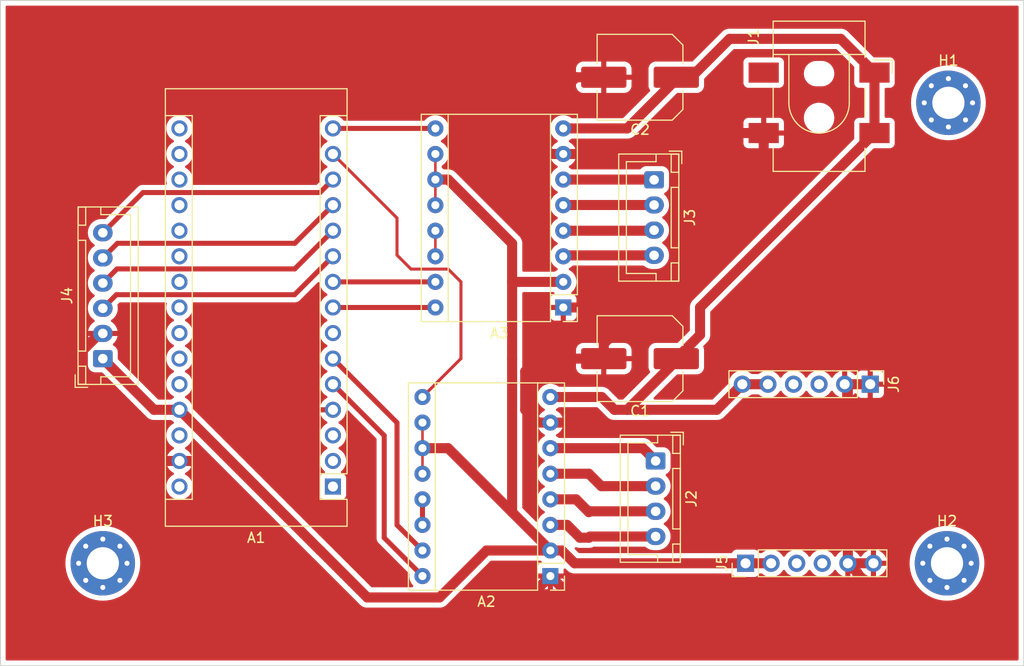
<source format=kicad_pcb>
(kicad_pcb (version 20211014) (generator pcbnew)
  (layers (0 "F.Cu" signal) (31 "B.Cu" signal) (34 "B.Paste" user) (35 "F.Paste" user) (36 "B.SilkS" user "B.Silkscreen") (37 "F.SilkS" user "F.Silkscreen") (38 "B.Mask" user) (39 "F.Mask" user) (44 "Edge.Cuts" user))
  (net 0 "")
  (net 4 "GND")
  (net 5 "/LeftMotor/DIR")
  (net 6 "/LeftMotor/STEP")
  (net 8 "/RightMotor/DIR")
  (net 9 "/RightMotor/STEP")
  (net 10 "/ButtonBoard/LeftUp")
  (net 11 "/ButtonBoard/Up")
  (net 12 "/ButtonBoard/Down")
  (net 13 "/ButtonBoard/RightUp")
  (net 14 "/LeftMotor/NENABLE")
  (net 15 "/RightMotor/NENABLE")
  (net 27 "+5V")
  (net 30 "/LeftMotor/A")
  (net 31 "/LeftMotor/B")
  (net 32 "/LeftMotor/C")
  (net 33 "/LeftMotor/D")
  (net 34 "Net-(A2-Pad13)")
  (net 35 "/RightMotor/A")
  (net 36 "/RightMotor/B")
  (net 37 "/RightMotor/C")
  (net 38 "/RightMotor/D")
  (net 39 "Net-(A3-Pad13)")
  (net 40 "+12V")
  (footprint "MountingHole:MountingHole_3.2mm_M3_Pad_Via" (layer "F.Cu") (at 25.4 71.12)
    (fp_text reference "H3" (at 0 -4.2) (layer "F.SilkS"))
    (fp_text value "MountingHole_Pad")
    (pad "1" thru_hole circle (at 1.697056 1.697056) (size 0.8 0.8) (drill 0.5) (layers *.Cu *.Mask))
    (pad "1" thru_hole circle (at 1.697056 -1.697056) (size 0.8 0.8) (drill 0.5) (layers *.Cu *.Mask))
    (pad "1" thru_hole circle (at -1.697056 -1.697056) (size 0.8 0.8) (drill 0.5) (layers *.Cu *.Mask))
    (pad "1" thru_hole circle (at 0 2.4) (size 0.8 0.8) (drill 0.5) (layers *.Cu *.Mask))
    (pad "1" thru_hole circle (at -1.697056 1.697056) (size 0.8 0.8) (drill 0.5) (layers *.Cu *.Mask))
    (pad "1" thru_hole circle (at -2.4 0) (size 0.8 0.8) (drill 0.5) (layers *.Cu *.Mask))
    (pad "1" thru_hole circle (at 0 -2.4) (size 0.8 0.8) (drill 0.5) (layers *.Cu *.Mask))
    (pad "1" thru_hole circle (at 0 0) (size 6.4 6.4) (drill 3.2) (layers *.Cu *.Mask))
    (pad "1" thru_hole circle (at 2.4 0) (size 0.8 0.8) (drill 0.5) (layers *.Cu *.Mask))
  )
  (footprint "Connector_PinHeader_2.54mm:PinHeader_1x06_P2.54mm_Vertical" (layer "F.Cu") (at 89.2175 71.12 90)
    (fp_text reference "J5" (at 0 -2.33 90) (layer "F.SilkS"))
    (fp_text value "Conn_01x06_Female")
    (fp_line (start -1.33 14.03) (end 1.33 14.03) (layer "F.SilkS") (width 0.12))
    (fp_line (start -1.33 0) (end -1.33 -1.33) (layer "F.SilkS") (width 0.12))
    (fp_line (start -1.33 -1.33) (end 0 -1.33) (layer "F.SilkS") (width 0.12))
    (fp_line (start 1.33 1.27) (end 1.33 14.03) (layer "F.SilkS") (width 0.12))
    (fp_line (start -1.33 1.27) (end 1.33 1.27) (layer "F.SilkS") (width 0.12))
    (fp_line (start -1.33 1.27) (end -1.33 14.03) (layer "F.SilkS") (width 0.12))
    (pad "1" thru_hole rect (at 0 0 90) (size 1.7 1.7) (drill 1) (layers *.Cu *.Mask) (net 27 "+5V"))
    (pad "2" thru_hole oval (at 0 2.54 90) (size 1.7 1.7) (drill 1) (layers *.Cu *.Mask) (net 27 "+5V"))
    (pad "3" thru_hole oval (at 0 5.08 90) (size 1.7 1.7) (drill 1) (layers *.Cu *.Mask))
    (pad "4" thru_hole oval (at 0 7.62 90) (size 1.7 1.7) (drill 1) (layers *.Cu *.Mask))
    (pad "5" thru_hole oval (at 0 10.16 90) (size 1.7 1.7) (drill 1) (layers *.Cu *.Mask) (net 4 "GND"))
    (pad "6" thru_hole oval (at 0 12.7 90) (size 1.7 1.7) (drill 1) (layers *.Cu *.Mask) (net 4 "GND"))
  )
  (footprint "Capacitor_SMD:C_Elec_8x10.2" (layer "F.Cu") (at 78.74 22.86 180)
    (fp_text reference "C2" (at 0 -5.2) (layer "F.SilkS"))
    (fp_text value "220uF")
    (fp_line (start -4.26 -3.195563) (end -4.26 -1.31) (layer "F.SilkS") (width 0.12))
    (fp_line (start -4.26 3.195563) (end -3.195563 4.26) (layer "F.SilkS") (width 0.12))
    (fp_line (start -3.195563 -4.26) (end 4.26 -4.26) (layer "F.SilkS") (width 0.12))
    (fp_line (start 4.26 4.26) (end 4.26 1.31) (layer "F.SilkS") (width 0.12))
    (fp_line (start 4.26 -4.26) (end 4.26 -1.31) (layer "F.SilkS") (width 0.12))
    (fp_line (start -4.26 -3.195563) (end -3.195563 -4.26) (layer "F.SilkS") (width 0.12))
    (fp_line (start -4.26 3.195563) (end -4.26 1.31) (layer "F.SilkS") (width 0.12))
    (fp_line (start -3.195563 4.26) (end 4.26 4.26) (layer "F.SilkS") (width 0.12))
    (pad "1" smd roundrect (at -3.6 0 180) (size 4.5 2.1) (layers "F.Cu" "F.Paste" "F.Mask") (roundrect_rratio 0.119048) (net 40 "+12V"))
    (pad "2" smd roundrect (at 3.6 0 180) (size 4.5 2.1) (layers "F.Cu" "F.Paste" "F.Mask") (roundrect_rratio 0.119048) (net 4 "GND"))
  )
  (footprint "Connector_JST:JST_XH_B4B-XH-A_1x04_P2.50mm_Vertical" (layer "F.Cu") (at 80.29 60.96 -90)
    (fp_text reference "J2" (at 3.75 -3.55 90) (layer "F.SilkS"))
    (fp_text value "Conn_01x04_Male")
    (fp_line (start 9.3 -0.2) (end 9.3 2.75) (layer "F.SilkS") (width 0.12))
    (fp_line (start -2.56 3.51) (end 10.06 3.51) (layer "F.SilkS") (width 0.12))
    (fp_line (start -1.8 2.75) (end 3.75 2.75) (layer "F.SilkS") (width 0.12))
    (fp_line (start 0.75 -2.45) (end 0.75 -1.7) (layer "F.SilkS") (width 0.12))
    (fp_line (start -2.55 -1.7) (end -0.75 -1.7) (layer "F.SilkS") (width 0.12))
    (fp_line (start -0.75 -1.7) (end -0.75 -2.45) (layer "F.SilkS") (width 0.12))
    (fp_line (start 10.05 -1.7) (end 10.05 -2.45) (layer "F.SilkS") (width 0.12))
    (fp_line (start 8.25 -1.7) (end 10.05 -1.7) (layer "F.SilkS") (width 0.12))
    (fp_line (start 10.06 -2.46) (end -2.56 -2.46) (layer "F.SilkS") (width 0.12))
    (fp_line (start 10.05 -0.2) (end 9.3 -0.2) (layer "F.SilkS") (width 0.12))
    (fp_line (start -0.75 -2.45) (end -2.55 -2.45) (layer "F.SilkS") (width 0.12))
    (fp_line (start 8.25 -2.45) (end 8.25 -1.7) (layer "F.SilkS") (width 0.12))
    (fp_line (start 9.3 2.75) (end 3.75 2.75) (layer "F.SilkS") (width 0.12))
    (fp_line (start -1.8 -0.2) (end -1.8 2.75) (layer "F.SilkS") (width 0.12))
    (fp_line (start 6.75 -1.7) (end 6.75 -2.45) (layer "F.SilkS") (width 0.12))
    (fp_line (start 10.06 3.51) (end 10.06 -2.46) (layer "F.SilkS") (width 0.12))
    (fp_line (start -2.56 -2.46) (end -2.56 3.51) (layer "F.SilkS") (width 0.12))
    (fp_line (start -2.55 -2.45) (end -2.55 -1.7) (layer "F.SilkS") (width 0.12))
    (fp_line (start -1.6 -2.75) (end -2.85 -2.75) (layer "F.SilkS") (width 0.12))
    (fp_line (start 10.05 -2.45) (end 8.25 -2.45) (layer "F.SilkS") (width 0.12))
    (fp_line (start 6.75 -2.45) (end 0.75 -2.45) (layer "F.SilkS") (width 0.12))
    (fp_line (start -2.85 -2.75) (end -2.85 -1.5) (layer "F.SilkS") (width 0.12))
    (fp_line (start -2.55 -0.2) (end -1.8 -0.2) (layer "F.SilkS") (width 0.12))
    (fp_line (start 0.75 -1.7) (end 6.75 -1.7) (layer "F.SilkS") (width 0.12))
    (pad "1" thru_hole roundrect (at 0 0 270) (size 1.7 1.95) (drill 0.95) (layers *.Cu *.Mask) (roundrect_rratio 0.147059) (net 33 "/LeftMotor/D"))
    (pad "2" thru_hole oval (at 2.5 0 270) (size 1.7 1.95) (drill 0.95) (layers *.Cu *.Mask) (net 32 "/LeftMotor/C"))
    (pad "3" thru_hole oval (at 5 0 270) (size 1.7 1.95) (drill 0.95) (layers *.Cu *.Mask) (net 31 "/LeftMotor/B"))
    (pad "4" thru_hole oval (at 7.5 0 270) (size 1.7 1.95) (drill 0.95) (layers *.Cu *.Mask) (net 30 "/LeftMotor/A"))
  )
  (footprint "MountingHole:MountingHole_3.2mm_M3_Pad_Via" (layer "F.Cu") (at 109.22 71.12)
    (fp_text reference "H2" (at 0 -4.2) (layer "F.SilkS"))
    (fp_text value "MountingHole_Pad")
    (pad "1" thru_hole circle (at -1.697056 1.697056) (size 0.8 0.8) (drill 0.5) (layers *.Cu *.Mask))
    (pad "1" thru_hole circle (at 0 0) (size 6.4 6.4) (drill 3.2) (layers *.Cu *.Mask))
    (pad "1" thru_hole circle (at -2.4 0) (size 0.8 0.8) (drill 0.5) (layers *.Cu *.Mask))
    (pad "1" thru_hole circle (at 1.697056 -1.697056) (size 0.8 0.8) (drill 0.5) (layers *.Cu *.Mask))
    (pad "1" thru_hole circle (at 1.697056 1.697056) (size 0.8 0.8) (drill 0.5) (layers *.Cu *.Mask))
    (pad "1" thru_hole circle (at 0 -2.4) (size 0.8 0.8) (drill 0.5) (layers *.Cu *.Mask))
    (pad "1" thru_hole circle (at 2.4 0) (size 0.8 0.8) (drill 0.5) (layers *.Cu *.Mask))
    (pad "1" thru_hole circle (at 0 2.4) (size 0.8 0.8) (drill 0.5) (layers *.Cu *.Mask))
    (pad "1" thru_hole circle (at -1.697056 -1.697056) (size 0.8 0.8) (drill 0.5) (layers *.Cu *.Mask))
  )
  (footprint "Connector_JST:JST_XH_B6B-XH-A_1x06_P2.50mm_Vertical" (layer "F.Cu") (at 25.4 50.8 90)
    (fp_text reference "J4" (at 6.25 -3.55 90) (layer "F.SilkS"))
    (fp_text value "Conn_01x06_Male")
    (fp_line (start 11.75 -2.45) (end 0.75 -2.45) (layer "F.SilkS") (width 0.12))
    (fp_line (start 13.25 -1.7) (end 15.05 -1.7) (layer "F.SilkS") (width 0.12))
    (fp_line (start -2.85 -2.75) (end -2.85 -1.5) (layer "F.SilkS") (width 0.12))
    (fp_line (start 14.3 2.75) (end 6.25 2.75) (layer "F.SilkS") (width 0.12))
    (fp_line (start 14.3 -0.2) (end 14.3 2.75) (layer "F.SilkS") (width 0.12))
    (fp_line (start -2.56 3.51) (end 15.06 3.51) (layer "F.SilkS") (width 0.12))
    (fp_line (start 15.06 3.51) (end 15.06 -2.46) (layer "F.SilkS") (width 0.12))
    (fp_line (start 13.25 -2.45) (end 13.25 -1.7) (layer "F.SilkS") (width 0.12))
    (fp_line (start -2.56 -2.46) (end -2.56 3.51) (layer "F.SilkS") (width 0.12))
    (fp_line (start -1.6 -2.75) (end -2.85 -2.75) (layer "F.SilkS") (width 0.12))
    (fp_line (start -0.75 -1.7) (end -0.75 -2.45) (layer "F.SilkS") (width 0.12))
    (fp_line (start -2.55 -0.2) (end -1.8 -0.2) (layer "F.SilkS") (width 0.12))
    (fp_line (start -2.55 -1.7) (end -0.75 -1.7) (layer "F.SilkS") (width 0.12))
    (fp_line (start -0.75 -2.45) (end -2.55 -2.45) (layer "F.SilkS") (width 0.12))
    (fp_line (start 11.75 -1.7) (end 11.75 -2.45) (layer "F.SilkS") (width 0.12))
    (fp_line (start 15.06 -2.46) (end -2.56 -2.46) (layer "F.SilkS") (width 0.12))
    (fp_line (start -1.8 2.75) (end 6.25 2.75) (layer "F.SilkS") (width 0.12))
    (fp_line (start 0.75 -2.45) (end 0.75 -1.7) (layer "F.SilkS") (width 0.12))
    (fp_line (start 0.75 -1.7) (end 11.75 -1.7) (layer "F.SilkS") (width 0.12))
    (fp_line (start -2.55 -2.45) (end -2.55 -1.7) (layer "F.SilkS") (width 0.12))
    (fp_line (start 15.05 -1.7) (end 15.05 -2.45) (layer "F.SilkS") (width 0.12))
    (fp_line (start 15.05 -2.45) (end 13.25 -2.45) (layer "F.SilkS") (width 0.12))
    (fp_line (start -1.8 -0.2) (end -1.8 2.75) (layer "F.SilkS") (width 0.12))
    (fp_line (start 15.05 -0.2) (end 14.3 -0.2) (layer "F.SilkS") (width 0.12))
    (pad "1" thru_hole roundrect (at 0 0 90) (size 1.7 1.95) (drill 0.95) (layers *.Cu *.Mask) (roundrect_rratio 0.147059) (net 27 "+5V"))
    (pad "2" thru_hole oval (at 2.5 0 90) (size 1.7 1.95) (drill 0.95) (layers *.Cu *.Mask) (net 4 "GND"))
    (pad "3" thru_hole oval (at 5 0 90) (size 1.7 1.95) (drill 0.95) (layers *.Cu *.Mask) (net 10 "/ButtonBoard/LeftUp"))
    (pad "4" thru_hole oval (at 7.5 0 90) (size 1.7 1.95) (drill 0.95) (layers *.Cu *.Mask) (net 11 "/ButtonBoard/Up"))
    (pad "5" thru_hole oval (at 10 0 90) (size 1.7 1.95) (drill 0.95) (layers *.Cu *.Mask) (net 12 "/ButtonBoard/Down"))
    (pad "6" thru_hole oval (at 12.5 0 90) (size 1.7 1.95) (drill 0.95) (layers *.Cu *.Mask) (net 13 "/ButtonBoard/RightUp"))
  )
  (footprint "MountingHole:MountingHole_3.2mm_M3_Pad_Via" (layer "F.Cu") (at 109.36 25.4)
    (fp_text reference "H1" (at 0 -4.2) (layer "F.SilkS"))
    (fp_text value "MountingHole_Pad")
    (pad "1" thru_hole circle (at 0 -2.4) (size 0.8 0.8) (drill 0.5) (layers *.Cu *.Mask))
    (pad "1" thru_hole circle (at 2.4 0) (size 0.8 0.8) (drill 0.5) (layers *.Cu *.Mask))
    (pad "1" thru_hole circle (at -1.697056 1.697056) (size 0.8 0.8) (drill 0.5) (layers *.Cu *.Mask))
    (pad "1" thru_hole circle (at -1.697056 -1.697056) (size 0.8 0.8) (drill 0.5) (layers *.Cu *.Mask))
    (pad "1" thru_hole circle (at -2.4 0) (size 0.8 0.8) (drill 0.5) (layers *.Cu *.Mask))
    (pad "1" thru_hole circle (at 0 0) (size 6.4 6.4) (drill 3.2) (layers *.Cu *.Mask))
    (pad "1" thru_hole circle (at 1.697056 -1.697056) (size 0.8 0.8) (drill 0.5) (layers *.Cu *.Mask))
    (pad "1" thru_hole circle (at 0 2.4) (size 0.8 0.8) (drill 0.5) (layers *.Cu *.Mask))
    (pad "1" thru_hole circle (at 1.697056 1.697056) (size 0.8 0.8) (drill 0.5) (layers *.Cu *.Mask))
  )
  (footprint "Connector_BarrelJack:BarrelJack_CLIFF_FC681465S_SMT_Horizontal" (layer "F.Cu") (at 96.52 25.4 -90)
    (fp_text reference "J1" (at -6.5 6.5 90) (layer "F.SilkS"))
    (fp_text value "Barrel_Jack_MountingPin")
    (fp_line (start -4.26 -7.26) (end -4.26 -5.36) (layer "F.SilkS") (width 0.12))
    (fp_line (start -8.11 -4.56) (end -4.5 -4.56) (layer "F.SilkS") (width 0.12))
    (fp_line (start -1.5 -4.56) (end 1.5 -4.56) (layer "F.SilkS") (width 0.12))
    (fp_line (start -4.8 3) (end 0 3) (layer "F.SilkS") (width 0.12))
    (fp_line (start 4.5 -4.56) (end 6.81 -4.56) (layer "F.SilkS") (width 0.12))
    (fp_line (start -4.8 4.56) (end -4.8 -4.56) (layer "F.SilkS") (width 0.12))
    (fp_line (start -2.92 -7.26) (end -4.26 -7.26) (layer "F.SilkS") (width 0.12))
    (fp_line (start -1.5 4.56) (end 1.5 4.56) (layer "F.SilkS") (width 0.12))
    (fp_line (start -4.8 -3) (end 0 -3) (layer "F.SilkS") (width 0.12))
    (fp_line (start -8.11 4.56) (end -4.5 4.56) (layer "F.SilkS") (width 0.12))
    (fp_line (start 4.5 4.56) (end 6.81 4.56) (layer "F.SilkS") (width 0.12))
    (fp_line (start 6.81 4.56) (end 6.81 -4.56) (layer "F.SilkS") (width 0.12))
    (fp_line (start -8.11 4.56) (end -8.11 -4.56) (layer "F.SilkS") (width 0.12))
    (fp_arc (start 0 -3) (mid 3 0) (end 0 3) (layer "F.SilkS") (width 0.12))
    (pad "" np_thru_hole circle (at 1.5 0) (size 2 2) (drill 2) (layers *.Cu *.Mask))
    (pad "" np_thru_hole oval (at -2.9 0) (size 2 1.5) (drill oval 2 1.5) (layers *.Cu *.Mask))
    (pad "1" smd rect (at 3 -5.5) (size 3 2) (layers "F.Cu" "F.Paste" "F.Mask") (net 40 "+12V"))
    (pad "1" smd rect (at -3 -5.5) (size 3 2) (layers "F.Cu" "F.Paste" "F.Mask") (net 40 "+12V"))
    (pad "2" smd rect (at 3 5.5) (size 3 2) (layers "F.Cu" "F.Paste" "F.Mask") (net 4 "GND"))
    (pad "3" smd rect (at -3 5.5) (size 3 2) (layers "F.Cu" "F.Paste" "F.Mask"))
  )
  (footprint "Capacitor_SMD:C_Elec_8x10.2" (layer "F.Cu") (at 78.74 50.8 180)
    (fp_text reference "C1" (at 0 -5.2) (layer "F.SilkS"))
    (fp_text value "220uF")
    (fp_line (start -4.26 -3.195563) (end -3.195563 -4.26) (layer "F.SilkS") (width 0.12))
    (fp_line (start 4.26 4.26) (end 4.26 1.31) (layer "F.SilkS") (width 0.12))
    (fp_line (start -3.195563 4.26) (end 4.26 4.26) (layer "F.SilkS") (width 0.12))
    (fp_line (start -4.26 3.195563) (end -4.26 1.31) (layer "F.SilkS") (width 0.12))
    (fp_line (start 4.26 -4.26) (end 4.26 -1.31) (layer "F.SilkS") (width 0.12))
    (fp_line (start -3.195563 -4.26) (end 4.26 -4.26) (layer "F.SilkS") (width 0.12))
    (fp_line (start -4.26 3.195563) (end -3.195563 4.26) (layer "F.SilkS") (width 0.12))
    (fp_line (start -4.26 -3.195563) (end -4.26 -1.31) (layer "F.SilkS") (width 0.12))
    (pad "1" smd roundrect (at -3.6 0 180) (size 4.5 2.1) (layers "F.Cu" "F.Paste" "F.Mask") (roundrect_rratio 0.119048) (net 40 "+12V"))
    (pad "2" smd roundrect (at 3.6 0 180) (size 4.5 2.1) (layers "F.Cu" "F.Paste" "F.Mask") (roundrect_rratio 0.119048) (net 4 "GND"))
  )
  (footprint "Connector_JST:JST_XH_B4B-XH-A_1x04_P2.50mm_Vertical" (layer "F.Cu") (at 80.135 33.045 -90)
    (fp_text reference "J3" (at 3.75 -3.55 90) (layer "F.SilkS"))
    (fp_text value "Conn_01x04_Male")
    (fp_line (start 8.25 -2.45) (end 8.25 -1.7) (layer "F.SilkS") (width 0.12))
    (fp_line (start -1.6 -2.75) (end -2.85 -2.75) (layer "F.SilkS") (width 0.12))
    (fp_line (start -2.55 -1.7) (end -0.75 -1.7) (layer "F.SilkS") (width 0.12))
    (fp_line (start 9.3 2.75) (end 3.75 2.75) (layer "F.SilkS") (width 0.12))
    (fp_line (start 6.75 -2.45) (end 0.75 -2.45) (layer "F.SilkS") (width 0.12))
    (fp_line (start -0.75 -2.45) (end -2.55 -2.45) (layer "F.SilkS") (width 0.12))
    (fp_line (start 10.05 -1.7) (end 10.05 -2.45) (layer "F.SilkS") (width 0.12))
    (fp_line (start -1.8 -0.2) (end -1.8 2.75) (layer "F.SilkS") (width 0.12))
    (fp_line (start 10.05 -2.45) (end 8.25 -2.45) (layer "F.SilkS") (width 0.12))
    (fp_line (start 6.75 -1.7) (end 6.75 -2.45) (layer "F.SilkS") (width 0.12))
    (fp_line (start 0.75 -2.45) (end 0.75 -1.7) (layer "F.SilkS") (width 0.12))
    (fp_line (start 10.06 3.51) (end 10.06 -2.46) (layer "F.SilkS") (width 0.12))
    (fp_line (start 10.06 -2.46) (end -2.56 -2.46) (layer "F.SilkS") (width 0.12))
    (fp_line (start 8.25 -1.7) (end 10.05 -1.7) (layer "F.SilkS") (width 0.12))
    (fp_line (start -2.55 -2.45) (end -2.55 -1.7) (layer "F.SilkS") (width 0.12))
    (fp_line (start 10.05 -0.2) (end 9.3 -0.2) (layer "F.SilkS") (width 0.12))
    (fp_line (start -1.8 2.75) (end 3.75 2.75) (layer "F.SilkS") (width 0.12))
    (fp_line (start -2.55 -0.2) (end -1.8 -0.2) (layer "F.SilkS") (width 0.12))
    (fp_line (start 0.75 -1.7) (end 6.75 -1.7) (layer "F.SilkS") (width 0.12))
    (fp_line (start -2.85 -2.75) (end -2.85 -1.5) (layer "F.SilkS") (width 0.12))
    (fp_line (start 9.3 -0.2) (end 9.3 2.75) (layer "F.SilkS") (width 0.12))
    (fp_line (start -2.56 3.51) (end 10.06 3.51) (layer "F.SilkS") (width 0.12))
    (fp_line (start -2.56 -2.46) (end -2.56 3.51) (layer "F.SilkS") (width 0.12))
    (fp_line (start -0.75 -1.7) (end -0.75 -2.45) (layer "F.SilkS") (width 0.12))
    (pad "1" thru_hole roundrect (at 0 0 270) (size 1.7 1.95) (drill 0.95) (layers *.Cu *.Mask) (roundrect_rratio 0.147059) (net 38 "/RightMotor/D"))
    (pad "2" thru_hole oval (at 2.5 0 270) (size 1.7 1.95) (drill 0.95) (layers *.Cu *.Mask) (net 37 "/RightMotor/C"))
    (pad "3" thru_hole oval (at 5 0 270) (size 1.7 1.95) (drill 0.95) (layers *.Cu *.Mask) (net 36 "/RightMotor/B"))
    (pad "4" thru_hole oval (at 7.5 0 270) (size 1.7 1.95) (drill 0.95) (layers *.Cu *.Mask) (net 35 "/RightMotor/A"))
  )
  (footprint "Module:Arduino_Nano" (layer "F.Cu") (at 48.25 63.5 180)
    (fp_text reference "A1" (at 7.62 -5.08) (layer "F.SilkS"))
    (fp_text value "Arduino_Nano_v2.x")
    (fp_line (start 16.64 39.5) (end 16.64 -3.94) (layer "F.SilkS") (width 0.12))
    (fp_line (start 16.64 -3.94) (end -1.4 -3.94) (layer "F.SilkS") (width 0.12))
    (fp_line (start 1.27 -1.27) (end -1.4 -1.27) (layer "F.SilkS") (width 0.12))
    (fp_line (start -1.4 1.27) (end -1.4 39.5) (layer "F.SilkS") (width 0.12))
    (fp_line (start 13.97 -1.27) (end 13.97 36.83) (layer "F.SilkS") (width 0.12))
    (fp_line (start -1.4 39.5) (end 16.64 39.5) (layer "F.SilkS") (width 0.12))
    (fp_line (start 1.27 1.27) (end 1.27 -1.27) (layer "F.SilkS") (width 0.12))
    (fp_line (start 1.27 36.83) (end -1.4 36.83) (layer "F.SilkS") (width 0.12))
    (fp_line (start 1.27 1.27) (end 1.27 36.83) (layer "F.SilkS") (width 0.12))
    (fp_line (start 13.97 36.83) (end 16.64 36.83) (layer "F.SilkS") (width 0.12))
    (fp_line (start 13.97 -1.27) (end 16.64 -1.27) (layer "F.SilkS") (width 0.12))
    (fp_line (start 1.27 1.27) (end -1.4 1.27) (layer "F.SilkS") (width 0.12))
    (fp_line (start -1.4 -3.94) (end -1.4 -1.27) (layer "F.SilkS") (width 0.12))
    (pad "1" thru_hole rect (at 0 0 180) (size 1.6 1.6) (drill 1) (layers *.Cu *.Mask))
    (pad "2" thru_hole oval (at 0 2.54 180) (size 1.6 1.6) (drill 1) (layers *.Cu *.Mask))
    (pad "3" thru_hole oval (at 0 5.08 180) (size 1.6 1.6) (drill 1) (layers *.Cu *.Mask))
    (pad "4" thru_hole oval (at 0 7.62 180) (size 1.6 1.6) (drill 1) (layers *.Cu *.Mask) (net 4 "GND"))
    (pad "5" thru_hole oval (at 0 10.16 180) (size 1.6 1.6) (drill 1) (layers *.Cu *.Mask) (net 5 "/LeftMotor/DIR"))
    (pad "6" thru_hole oval (at 0 12.7 180) (size 1.6 1.6) (drill 1) (layers *.Cu *.Mask) (net 6 "/LeftMotor/STEP"))
    (pad "7" thru_hole oval (at 0 15.24 180) (size 1.6 1.6) (drill 1) (layers *.Cu *.Mask))
    (pad "8" thru_hole oval (at 0 17.78 180) (size 1.6 1.6) (drill 1) (layers *.Cu *.Mask) (net 8 "/RightMotor/DIR"))
    (pad "9" thru_hole oval (at 0 20.32 180) (size 1.6 1.6) (drill 1) (layers *.Cu *.Mask) (net 9 "/RightMotor/STEP"))
    (pad "10" thru_hole oval (at 0 22.86 180) (size 1.6 1.6) (drill 1) (layers *.Cu *.Mask) (net 10 "/ButtonBoard/LeftUp"))
    (pad "11" thru_hole oval (at 0 25.4 180) (size 1.6 1.6) (drill 1) (layers *.Cu *.Mask) (net 11 "/ButtonBoard/Up"))
    (pad "12" thru_hole oval (at 0 27.94 180) (size 1.6 1.6) (drill 1) (layers *.Cu *.Mask) (net 12 "/ButtonBoard/Down"))
    (pad "13" thru_hole oval (at 0 30.48 180) (size 1.6 1.6) (drill 1) (layers *.Cu *.Mask) (net 13 "/ButtonBoard/RightUp"))
    (pad "14" thru_hole oval (at 0 33.02 180) (size 1.6 1.6) (drill 1) (layers *.Cu *.Mask) (net 14 "/LeftMotor/NENABLE"))
    (pad "15" thru_hole oval (at 0 35.56 180) (size 1.6 1.6) (drill 1) (layers *.Cu *.Mask) (net 15 "/RightMotor/NENABLE"))
    (pad "16" thru_hole oval (at 15.24 35.56 180) (size 1.6 1.6) (drill 1) (layers *.Cu *.Mask))
    (pad "17" thru_hole oval (at 15.24 33.02 180) (size 1.6 1.6) (drill 1) (layers *.Cu *.Mask))
    (pad "18" thru_hole oval (at 15.24 30.48 180) (size 1.6 1.6) (drill 1) (layers *.Cu *.Mask))
    (pad "19" thru_hole oval (at 15.24 27.94 180) (size 1.6 1.6) (drill 1) (layers *.Cu *.Mask))
    (pad "20" thru_hole oval (at 15.24 25.4 180) (size 1.6 1.6) (drill 1) (layers *.Cu *.Mask))
    (pad "21" thru_hole oval (at 15.24 22.86 180) (size 1.6 1.6) (drill 1) (layers *.Cu *.Mask))
    (pad "22" thru_hole oval (at 15.24 20.32 180) (size 1.6 1.6) (drill 1) (layers *.Cu *.Mask))
    (pad "23" thru_hole oval (at 15.24 17.78 180) (size 1.6 1.6) (drill 1) (layers *.Cu *.Mask))
    (pad "24" thru_hole oval (at 15.24 15.24 180) (size 1.6 1.6) (drill 1) (layers *.Cu *.Mask))
    (pad "25" thru_hole oval (at 15.24 12.7 180) (size 1.6 1.6) (drill 1) (layers *.Cu *.Mask))
    (pad "26" thru_hole oval (at 15.24 10.16 180) (size 1.6 1.6) (drill 1) (layers *.Cu *.Mask))
    (pad "27" thru_hole oval (at 15.24 7.62 180) (size 1.6 1.6) (drill 1) (layers *.Cu *.Mask) (net 27 "+5V"))
    (pad "28" thru_hole oval (at 15.24 5.08 180) (size 1.6 1.6) (drill 1) (layers *.Cu *.Mask))
    (pad "29" thru_hole oval (at 15.24 2.54 180) (size 1.6 1.6) (drill 1) (layers *.Cu *.Mask) (net 4 "GND"))
    (pad "30" thru_hole oval (at 15.24 0 180) (size 1.6 1.6) (drill 1) (layers *.Cu *.Mask))
  )
  (footprint "Connector_PinHeader_2.54mm:PinHeader_1x06_P2.54mm_Vertical" (layer "F.Cu") (at 101.6 53.34 -90)
    (fp_text reference "J6" (at 0 -2.33 90) (layer "F.SilkS"))
    (fp_text value "Conn_01x06_Female")
    (fp_line (start -1.33 14.03) (end 1.33 14.03) (layer "F.SilkS") (width 0.12))
    (fp_line (start -1.33 1.27) (end 1.33 1.27) (layer "F.SilkS") (width 0.12))
    (fp_line (start 1.33 1.27) (end 1.33 14.03) (layer "F.SilkS") (width 0.12))
    (fp_line (start -1.33 0) (end -1.33 -1.33) (layer "F.SilkS") (width 0.12))
    (fp_line (start -1.33 1.27) (end -1.33 14.03) (layer "F.SilkS") (width 0.12))
    (fp_line (start -1.33 -1.33) (end 0 -1.33) (layer "F.SilkS") (width 0.12))
    (pad "1" thru_hole rect (at 0 0 270) (size 1.7 1.7) (drill 1) (layers *.Cu *.Mask) (net 4 "GND"))
    (pad "2" thru_hole oval (at 0 2.54 270) (size 1.7 1.7) (drill 1) (layers *.Cu *.Mask) (net 4 "GND"))
    (pad "3" thru_hole oval (at 0 5.08 270) (size 1.7 1.7) (drill 1) (layers *.Cu *.Mask))
    (pad "4" thru_hole oval (at 0 7.62 270) (size 1.7 1.7) (drill 1) (layers *.Cu *.Mask))
    (pad "5" thru_hole oval (at 0 10.16 270) (size 1.7 1.7) (drill 1) (layers *.Cu *.Mask) (net 40 "+12V"))
    (pad "6" thru_hole oval (at 0 12.7 270) (size 1.7 1.7) (drill 1) (layers *.Cu *.Mask) (net 40 "+12V"))
  )
  (footprint "Module:Pololu_Breakout-16_15.2x20.3mm" (layer "F.Cu") (at 71.12 45.72 180)
    (fp_text reference "A3" (at 6.35 -2.54) (layer "F.SilkS"))
    (fp_text value "Pololu_Breakout_A4988")
    (fp_line (start -1.4 19.18) (end 14.1 19.18) (layer "F.SilkS") (width 0.12))
    (fp_line (start 11.43 -1.4) (end 11.43 19.18) (layer "F.SilkS") (width 0.12))
    (fp_line (start 1.27 1.27) (end -1.4 1.27) (layer "F.SilkS") (width 0.12))
    (fp_line (start 0 -1.4) (end -1.4 -1.4) (layer "F.SilkS") (width 0.12))
    (fp_line (start 14.1 -1.4) (end 1.27 -1.4) (layer "F.SilkS") (width 0.12))
    (fp_line (start 14.1 19.18) (end 14.1 -1.4) (layer "F.SilkS") (width 0.12))
    (fp_line (start 1.27 -1.4) (end 1.27 1.27) (layer "F.SilkS") (width 0.12))
    (fp_line (start -1.4 -1.4) (end -1.4 0) (layer "F.SilkS") (width 0.12))
    (fp_line (start 1.27 1.27) (end 1.27 19.18) (layer "F.SilkS") (width 0.12))
    (fp_line (start -1.4 1.27) (end -1.4 19.18) (layer "F.SilkS") (width 0.12))
    (pad "1" thru_hole rect (at 0 0 180) (size 1.6 1.6) (drill 0.8) (layers *.Cu *.Mask) (net 4 "GND"))
    (pad "2" thru_hole oval (at 0 2.54 180) (size 1.6 1.6) (drill 0.8) (layers *.Cu *.Mask) (net 27 "+5V"))
    (pad "3" thru_hole oval (at 0 5.08 180) (size 1.6 1.6) (drill 0.8) (layers *.Cu *.Mask) (net 35 "/RightMotor/A"))
    (pad "4" thru_hole oval (at 0 7.62 180) (size 1.6 1.6) (drill 0.8) (layers *.Cu *.Mask) (net 36 "/RightMotor/B"))
    (pad "5" thru_hole oval (at 0 10.16 180) (size 1.6 1.6) (drill 0.8) (layers *.Cu *.Mask) (net 37 "/RightMotor/C"))
    (pad "6" thru_hole oval (at 0 12.7 180) (size 1.6 1.6) (drill 0.8) (layers *.Cu *.Mask) (net 38 "/RightMotor/D"))
    (pad "7" thru_hole oval (at 0 15.24 180) (size 1.6 1.6) (drill 0.8) (layers *.Cu *.Mask) (net 4 "GND"))
    (pad "8" thru_hole oval (at 0 17.78 180) (size 1.6 1.6) (drill 0.8) (layers *.Cu *.Mask) (net 40 "+12V"))
    (pad "9" thru_hole oval (at 12.7 17.78 180) (size 1.6 1.6) (drill 0.8) (layers *.Cu *.Mask) (net 15 "/RightMotor/NENABLE"))
    (pad "10" thru_hole oval (at 12.7 15.24 180) (size 1.6 1.6) (drill 0.8) (layers *.Cu *.Mask) (net 27 "+5V"))
    (pad "11" thru_hole oval (at 12.7 12.7 180) (size 1.6 1.6) (drill 0.8) (layers *.Cu *.Mask) (net 27 "+5V"))
    (pad "12" thru_hole oval (at 12.7 10.16 180) (size 1.6 1.6) (drill 0.8) (layers *.Cu *.Mask) (net 27 "+5V"))
    (pad "13" thru_hole oval (at 12.7 7.62 180) (size 1.6 1.6) (drill 0.8) (layers *.Cu *.Mask) (net 39 "Net-(A3-Pad13)"))
    (pad "14" thru_hole oval (at 12.7 5.08 180) (size 1.6 1.6) (drill 0.8) (layers *.Cu *.Mask) (net 39 "Net-(A3-Pad13)"))
    (pad "15" thru_hole oval (at 12.7 2.54 180) (size 1.6 1.6) (drill 0.8) (layers *.Cu *.Mask) (net 9 "/RightMotor/STEP"))
    (pad "16" thru_hole oval (at 12.7 0 180) (size 1.6 1.6) (drill 0.8) (layers *.Cu *.Mask) (net 8 "/RightMotor/DIR"))
  )
  (footprint "Module:Pololu_Breakout-16_15.2x20.3mm" (layer "F.Cu") (at 69.84 72.39 180)
    (fp_text reference "A2" (at 6.35 -2.54) (layer "F.SilkS"))
    (fp_text value "Pololu_Breakout_A4988")
    (fp_line (start 1.27 1.27) (end 1.27 19.18) (layer "F.SilkS") (width 0.12))
    (fp_line (start 1.27 1.27) (end -1.4 1.27) (layer "F.SilkS") (width 0.12))
    (fp_line (start 0 -1.4) (end -1.4 -1.4) (layer "F.SilkS") (width 0.12))
    (fp_line (start 14.1 19.18) (end 14.1 -1.4) (layer "F.SilkS") (width 0.12))
    (fp_line (start 1.27 -1.4) (end 1.27 1.27) (layer "F.SilkS") (width 0.12))
    (fp_line (start -1.4 19.18) (end 14.1 19.18) (layer "F.SilkS") (width 0.12))
    (fp_line (start 14.1 -1.4) (end 1.27 -1.4) (layer "F.SilkS") (width 0.12))
    (fp_line (start 11.43 -1.4) (end 11.43 19.18) (layer "F.SilkS") (width 0.12))
    (fp_line (start -1.4 1.27) (end -1.4 19.18) (layer "F.SilkS") (width 0.12))
    (fp_line (start -1.4 -1.4) (end -1.4 0) (layer "F.SilkS") (width 0.12))
    (pad "1" thru_hole rect (at 0 0 180) (size 1.6 1.6) (drill 0.8) (layers *.Cu *.Mask) (net 4 "GND"))
    (pad "2" thru_hole oval (at 0 2.54 180) (size 1.6 1.6) (drill 0.8) (layers *.Cu *.Mask) (net 27 "+5V"))
    (pad "3" thru_hole oval (at 0 5.08 180) (size 1.6 1.6) (drill 0.8) (layers *.Cu *.Mask) (net 30 "/LeftMotor/A"))
    (pad "4" thru_hole oval (at 0 7.62 180) (size 1.6 1.6) (drill 0.8) (layers *.Cu *.Mask) (net 31 "/LeftMotor/B"))
    (pad "5" thru_hole oval (at 0 10.16 180) (size 1.6 1.6) (drill 0.8) (layers *.Cu *.Mask) (net 32 "/LeftMotor/C"))
    (pad "6" thru_hole oval (at 0 12.7 180) (size 1.6 1.6) (drill 0.8) (layers *.Cu *.Mask) (net 33 "/LeftMotor/D"))
    (pad "7" thru_hole oval (at 0 15.24 180) (size 1.6 1.6) (drill 0.8) (layers *.Cu *.Mask) (net 4 "GND"))
    (pad "8" thru_hole oval (at 0 17.78 180) (size 1.6 1.6) (drill 0.8) (layers *.Cu *.Mask) (net 40 "+12V"))
    (pad "9" thru_hole oval (at 12.7 17.78 180) (size 1.6 1.6) (drill 0.8) (layers *.Cu *.Mask) (net 14 "/LeftMotor/NENABLE"))
    (pad "10" thru_hole oval (at 12.7 15.24 180) (size 1.6 1.6) (drill 0.8) (layers *.Cu *.Mask) (net 27 "+5V"))
    (pad "11" thru_hole oval (at 12.7 12.7 180) (size 1.6 1.6) (drill 0.8) (layers *.Cu *.Mask) (net 27 "+5V"))
    (pad "12" thru_hole oval (at 12.7 10.16 180) (size 1.6 1.6) (drill 0.8) (layers *.Cu *.Mask) (net 27 "+5V"))
    (pad "13" thru_hole oval (at 12.7 7.62 180) (size 1.6 1.6) (drill 0.8) (layers *.Cu *.Mask) (net 34 "Net-(A2-Pad13)"))
    (pad "14" thru_hole oval (at 12.7 5.08 180) (size 1.6 1.6) (drill 0.8) (layers *.Cu *.Mask) (net 34 "Net-(A2-Pad13)"))
    (pad "15" thru_hole oval (at 12.7 2.54 180) (size 1.6 1.6) (drill 0.8) (layers *.Cu *.Mask) (net 6 "/LeftMotor/STEP"))
    (pad "16" thru_hole oval (at 12.7 0 180) (size 1.6 1.6) (drill 0.8) (layers *.Cu *.Mask) (net 5 "/LeftMotor/DIR"))
  )
  (gr_rect (start 15.24 15.24) (end 116.84 81.28) (layer "Edge.Cuts") (width 0.1) (fill none))
  (segment (start 71.12 45.72) (end 76.2 45.72) (width 1) (layer "F.Cu") (net 4))
  (segment (start 67.34 52.07) (end 68.61 50.8) (width 1) (layer "F.Cu") (net 4))
  (segment (start 71.12 30.48) (end 69.85 30.48) (width 1) (layer "F.Cu") (net 4))
  (segment (start 68.61 50.8) (end 75.14 50.8) (width 1) (layer "F.Cu") (net 4))
  (segment (start 100.33 72.0725) (end 99.3775 71.12) (width 1) (layer "F.Cu") (net 4))
  (segment (start 82.55 43.18) (end 91.02 34.71) (width 1) (layer "F.Cu") (net 4))
  (segment (start 33.01 60.96) (end 30.48 60.96) (width 1) (layer "F.Cu") (net 4))
  (segment (start 30.48 60.96) (end 21.59 52.07) (width 1) (layer "F.Cu") (net 4))
  (segment (start 76.2 45.72) (end 78.74 43.18) (width 1) (layer "F.Cu") (net 4))
  (segment (start 91.02 28.4) (end 82.09 28.4) (width 1) (layer "F.Cu") (net 4))
  (segment (start 98.934869 57.659869) (end 99.3775 58.1025) (width 1) (layer "F.Cu") (net 4))
  (segment (start 99.3775 58.1025) (end 99.3775 53.6575) (width 1) (layer "F.Cu") (net 4))
  (segment (start 80.01 30.48) (end 71.12 30.48) (width 1) (layer "F.Cu") (net 4))
  (segment (start 41.91 68.58) (end 41.91 74.93) (width 1) (layer "F.Cu") (net 4))
  (segment (start 21.59 52.07) (end 21.59 51.800076) (width 1) (layer "F.Cu") (net 4))
  (segment (start 99.3775 53.6575) (end 99.06 53.34) (width 1) (layer "F.Cu") (net 4))
  (segment (start 41.91 74.93) (end 43.18 76.2) (width 1) (layer "F.Cu") (net 4))
  (segment (start 99.3775 71.12) (end 99.3775 58.1025) (width 1) (layer "F.Cu") (net 4))
  (segment (start 72.39 22.86) (end 75.14 22.86) (width 1) (layer "F.Cu") (net 4))
  (segment (start 75.14 49.32) (end 81.28 43.18) (width 1) (layer "F.Cu") (net 4))
  (segment (start 74.30425 57.659869) (end 98.934869 57.659869) (width 1) (layer "F.Cu") (net 4))
  (segment (start 100.33 73.66) (end 100.33 72.0725) (width 1) (layer "F.Cu") (net 4))
  (segment (start 68.61 57.15) (end 67.34 55.88) (width 1) (layer "F.Cu") (net 4))
  (segment (start 21.59 51.800076) (end 25.090076 48.3) (width 1) (layer "F.Cu") (net 4))
  (segment (start 67.34 55.88) (end 67.34 52.07) (width 1) (layer "F.Cu") (net 4))
  (segment (start 99.3775 71.12) (end 101.9175 71.12) (width 1) (layer "F.Cu") (net 4))
  (segment (start 66.03 76.2) (end 69.84 72.39) (width 1) (layer "F.Cu") (net 4))
  (segment (start 73.794381 57.15) (end 74.30425 57.659869) (width 1) (layer "F.Cu") (net 4))
  (segment (start 71.11 73.66) (end 100.33 73.66) (width 1) (layer "F.Cu") (net 4))
  (segment (start 69.84 57.15) (end 68.61 57.15) (width 1) (layer "F.Cu") (net 4))
  (segment (start 78.74 43.18) (end 81.28 43.18) (width 1) (layer "F.Cu") (net 4))
  (segment (start 69.85 30.48) (end 67.31 27.94) (width 1) (layer "F.Cu") (net 4))
  (segment (start 75.14 50.8) (end 75.14 49.32) (width 1) (layer "F.Cu") (net 4))
  (segment (start 91.02 34.71) (end 91.02 28.4) (width 1) (layer "F.Cu") (net 4))
  (segment (start 25.090076 48.3) (end 25.4 48.3) (width 1) (layer "F.Cu") (net 4))
  (segment (start 82.09 28.4) (end 80.01 30.48) (width 1) (layer "F.Cu") (net 4))
  (segment (start 69.84 72.39) (end 71.11 73.66) (width 1) (layer "F.Cu") (net 4))
  (segment (start 33.01 60.96) (end 34.29 60.96) (width 1) (layer "F.Cu") (net 4))
  (segment (start 34.29 60.96) (end 41.91 68.58) (width 1) (layer "F.Cu") (net 4))
  (segment (start 67.31 27.94) (end 72.39 22.86) (width 1) (layer "F.Cu") (net 4))
  (segment (start 69.84 57.15) (end 73.794381 57.15) (width 1) (layer "F.Cu") (net 4))
  (segment (start 101.6 53.34) (end 99.06 53.34) (width 1) (layer "F.Cu") (net 4))
  (segment (start 81.28 43.18) (end 82.55 43.18) (width 1) (layer "F.Cu") (net 4))
  (segment (start 43.18 76.2) (end 66.03 76.2) (width 1) (layer "F.Cu") (net 4))
  (segment (start 57.14 72.39) (end 53.34 68.59) (width 0.5) (layer "F.Cu") (net 5))
  (segment (start 53.34 68.59) (end 53.34 58.43) (width 0.5) (layer "F.Cu") (net 5))
  (segment (start 53.34 58.43) (end 48.25 53.34) (width 0.5) (layer "F.Cu") (net 5))
  (segment (start 54.61 67.32) (end 54.61 57.16) (width 0.5) (layer "F.Cu") (net 6))
  (segment (start 57.14 69.85) (end 54.61 67.32) (width 0.5) (layer "F.Cu") (net 6))
  (segment (start 54.61 57.16) (end 48.25 50.8) (width 0.5) (layer "F.Cu") (net 6))
  (segment (start 48.25 45.72) (end 58.42 45.72) (width 0.5) (layer "F.Cu") (net 8))
  (segment (start 58.42 43.18) (end 48.25 43.18) (width 0.5) (layer "F.Cu") (net 9))
  (segment (start 25.4 45.8) (end 26.75 44.45) (width 0.5) (layer "F.Cu") (net 10))
  (segment (start 44.44 44.45) (end 48.25 40.64) (width 0.5) (layer "F.Cu") (net 10))
  (segment (start 26.75 44.45) (end 44.44 44.45) (width 0.5) (layer "F.Cu") (net 10))
  (segment (start 44.46 41.89) (end 48.25 38.1) (width 0.5) (layer "F.Cu") (net 11))
  (segment (start 25.4 43.3) (end 26.81 41.89) (width 0.5) (layer "F.Cu") (net 11))
  (segment (start 26.81 41.89) (end 44.46 41.89) (width 0.5) (layer "F.Cu") (net 11))
  (segment (start 44.46 39.35) (end 48.25 35.56) (width 0.5) (layer "F.Cu") (net 12))
  (segment (start 25.4 40.8) (end 26.85 39.35) (width 0.5) (layer "F.Cu") (net 12))
  (segment (start 26.85 39.35) (end 44.46 39.35) (width 0.5) (layer "F.Cu") (net 12))
  (segment (start 46.960139 34.309861) (end 48.25 33.02) (width 0.5) (layer "F.Cu") (net 13))
  (segment (start 25.4 38.3) (end 29.390139 34.309861) (width 0.5) (layer "F.Cu") (net 13))
  (segment (start 29.390139 34.309861) (end 46.960139 34.309861) (width 0.5) (layer "F.Cu") (net 13))
  (segment (start 48.25 30.48) (end 54.61 36.84) (width 0.3) (layer "F.Cu") (net 14))
  (segment (start 54.61 40.52) (end 56 41.91) (width 0.3) (layer "F.Cu") (net 14))
  (segment (start 54.61 36.84) (end 54.61 40.52) (width 0.3) (layer "F.Cu") (net 14))
  (segment (start 59.69 41.91) (end 60.96 43.18) (width 0.3) (layer "F.Cu") (net 14))
  (segment (start 60.96 43.18) (end 60.96 50.79) (width 0.3) (layer "F.Cu") (net 14))
  (segment (start 56 41.91) (end 59.69 41.91) (width 0.3) (layer "F.Cu") (net 14))
  (segment (start 60.96 50.79) (end 57.14 54.61) (width 0.3) (layer "F.Cu") (net 14))
  (segment (start 48.25 27.94) (end 58.42 27.94) (width 0.5) (layer "F.Cu") (net 15))
  (segment (start 66.04 66.05) (end 69.84 69.85) (width 1) (layer "F.Cu") (net 27))
  (segment (start 66.04 43.18) (end 66.04 39.37) (width 1) (layer "F.Cu") (net 27))
  (segment (start 71.12 43.18) (end 66.04 43.18) (width 1) (layer "F.Cu") (net 27))
  (segment (start 59.69 33.02) (end 58.42 33.02) (width 1) (layer "F.Cu") (net 27))
  (segment (start 72.24137 71.12) (end 89.2175 71.12) (width 1) (layer "F.Cu") (net 27))
  (segment (start 57.14 59.69) (end 57.14 62.23) (width 0.25) (layer "F.Cu") (net 27))
  (segment (start 69.84 69.85) (end 70.97137 69.85) (width 1) (layer "F.Cu") (net 27))
  (segment (start 66.04 50.8) (end 66.04 66.05) (width 1) (layer "F.Cu") (net 27))
  (segment (start 66.04 43.18) (end 66.04 50.8) (width 1) (layer "F.Cu") (net 27))
  (segment (start 70.97137 69.85) (end 72.24137 71.12) (width 1) (layer "F.Cu") (net 27))
  (segment (start 63.5 69.85) (end 58.837167 74.512833) (width 1) (layer "F.Cu") (net 27))
  (segment (start 91.7575 71.12) (end 89.2175 71.12) (width 1) (layer "F.Cu") (net 27))
  (segment (start 66.04 66.05) (end 59.68 59.69) (width 1) (layer "F.Cu") (net 27))
  (segment (start 25.4 50.8) (end 30.48 55.88) (width 1) (layer "F.Cu") (net 27))
  (segment (start 58.42 35.56) (end 58.42 33.02) (width 0.25) (layer "F.Cu") (net 27))
  (segment (start 59.68 59.69) (end 57.14 59.69) (width 1) (layer "F.Cu") (net 27))
  (segment (start 58.837167 74.512833) (end 51.652833 74.512833) (width 1) (layer "F.Cu") (net 27))
  (segment (start 46.98 69.85) (end 33.01 55.88) (width 1) (layer "F.Cu") (net 27))
  (segment (start 58.42 33.02) (end 58.42 30.48) (width 0.25) (layer "F.Cu") (net 27))
  (segment (start 57.14 57.15) (end 57.14 59.69) (width 0.25) (layer "F.Cu") (net 27))
  (segment (start 46.99 69.85) (end 46.98 69.85) (width 1) (layer "F.Cu") (net 27))
  (segment (start 66.04 39.37) (end 59.69 33.02) (width 1) (layer "F.Cu") (net 27))
  (segment (start 51.652833 74.512833) (end 46.99 69.85) (width 1) (layer "F.Cu") (net 27))
  (segment (start 69.84 69.85) (end 63.5 69.85) (width 1) (layer "F.Cu") (net 27))
  (segment (start 30.48 55.88) (end 33.01 55.88) (width 1) (layer "F.Cu") (net 27))
  (segment (start 73.78 68.46) (end 73.66 68.58) (width 1) (layer "F.Cu") (net 30))
  (segment (start 72.76772 68.58) (end 71.49772 67.31) (width 1) (layer "F.Cu") (net 30))
  (segment (start 71.49772 67.31) (end 69.84 67.31) (width 1) (layer "F.Cu") (net 30))
  (segment (start 73.66 68.58) (end 72.76772 68.58) (width 1) (layer "F.Cu") (net 30))
  (segment (start 80.29 68.46) (end 73.78 68.46) (width 1) (layer "F.Cu") (net 30))
  (segment (start 73.74 65.96) (end 80.29 65.96) (width 1) (layer "F.Cu") (net 31))
  (segment (start 72.39 64.77) (end 73.66 66.04) (width 1) (layer "F.Cu") (net 31))
  (segment (start 69.84 64.77) (end 72.39 64.77) (width 1) (layer "F.Cu") (net 31))
  (segment (start 73.66 66.04) (end 73.74 65.96) (width 1) (layer "F.Cu") (net 31))
  (segment (start 73.66 62.23) (end 69.84 62.23) (width 1) (layer "F.Cu") (net 32))
  (segment (start 80.29 63.46) (end 74.89 63.46) (width 1) (layer "F.Cu") (net 32))
  (segment (start 74.89 63.46) (end 73.66 62.23) (width 1) (layer "F.Cu") (net 32))
  (segment (start 79.02 59.69) (end 80.29 60.96) (width 1) (layer "F.Cu") (net 33))
  (segment (start 69.84 59.69) (end 79.02 59.69) (width 1) (layer "F.Cu") (net 33))
  (segment (start 57.14 64.77) (end 57.14 67.31) (width 0.5) (layer "F.Cu") (net 34))
  (segment (start 80.135 40.545) (end 71.215 40.545) (width 1) (layer "F.Cu") (net 35))
  (segment (start 71.215 40.545) (end 71.12 40.64) (width 1) (layer "F.Cu") (net 35))
  (segment (start 71.12 38.1) (end 80.08 38.1) (width 1) (layer "F.Cu") (net 36))
  (segment (start 80.08 38.1) (end 80.135 38.045) (width 1) (layer "F.Cu") (net 36))
  (segment (start 80.135 35.545) (end 71.135 35.545) (width 1) (layer "F.Cu") (net 37))
  (segment (start 71.135 35.545) (end 71.12 35.56) (width 1) (layer "F.Cu") (net 37))
  (segment (start 71.12 33.02) (end 80.11 33.02) (width 1) (layer "F.Cu") (net 38))
  (segment (start 80.11 33.02) (end 80.135 33.045) (width 1) (layer "F.Cu") (net 38))
  (segment (start 58.42 38.1) (end 58.42 40.64) (width 0.25) (layer "F.Cu") (net 39))
  (segment (start 82.34 51.01) (end 77.47 55.88) (width 1) (layer "F.Cu") (net 40))
  (segment (start 82.34 50.8) (end 82.34 51.01) (width 1) (layer "F.Cu") (net 40))
  (segment (start 82.34 22.86) (end 83.82 22.86) (width 1) (layer "F.Cu") (net 40))
  (segment (start 88.9 53.34) (end 91.44 53.34) (width 1) (layer "F.Cu") (net 40))
  (segment (start 77.47 27.94) (end 71.12 27.94) (width 1) (layer "F.Cu") (net 40))
  (segment (start 77.47 55.88) (end 76.2 55.88) (width 1) (layer "F.Cu") (net 40))
  (segment (start 88.9 53.34) (end 86.36 55.88) (width 1) (layer "F.Cu") (net 40))
  (segment (start 102.02 22.4) (end 98.67 19.05) (width 1) (layer "F.Cu") (net 40))
  (segment (start 83.82 22.86) (end 87.63 19.05) (width 1) (layer "F.Cu") (net 40))
  (segment (start 86.36 55.88) (end 77.47 55.88) (width 1) (layer "F.Cu") (net 40))
  (segment (start 102.02 22.4) (end 102.02 28.4) (width 1) (layer "F.Cu") (net 40))
  (segment (start 84.7 48.44) (end 82.34 50.8) (width 1) (layer "F.Cu") (net 40))
  (segment (start 87.63 19.05) (end 98.67 19.05) (width 1) (layer "F.Cu") (net 40))
  (segment (start 74.93 54.61) (end 76.2 55.88) (width 1) (layer "F.Cu") (net 40))
  (segment (start 84.7 45.72) (end 84.7 48.44) (width 1) (layer "F.Cu") (net 40))
  (segment (start 82.34 23.07) (end 77.47 27.94) (width 1) (layer "F.Cu") (net 40))
  (segment (start 84.7 45.72) (end 102.02 28.4) (width 1) (layer "F.Cu") (net 40))
  (segment (start 69.84 54.61) (end 74.93 54.61) (width 1) (layer "F.Cu") (net 40))
  (segment (start 82.34 22.86) (end 82.34 23.07) (width 1) (layer "F.Cu") (net 40))
  (zone (net 4) (net_name "GND") (layer "F.Cu") (connect_pads (clearance 0.508)) (min_thickness 0.254) (fill yes (thermal_gap 0.508) (thermal_bridge_width 0.508))
    (polygon (pts (xy 116.84 81.28) (xy 15.24 81.28) (xy 15.24 15.24) (xy 116.84 15.24)))
  )
)
</source>
